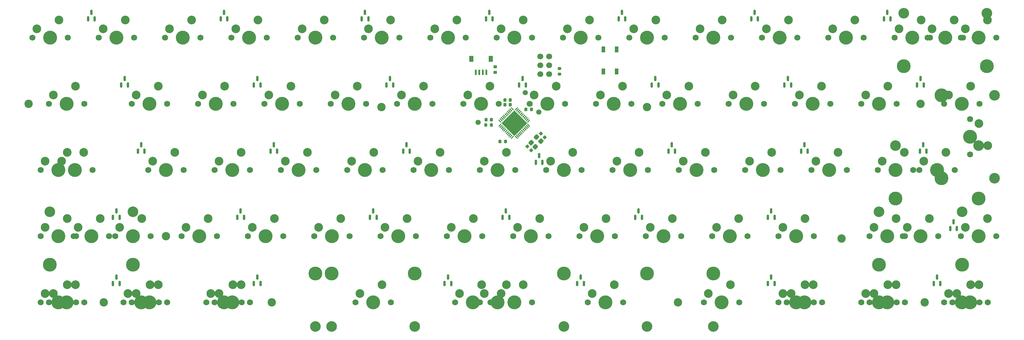
<source format=gbr>
%TF.GenerationSoftware,KiCad,Pcbnew,(5.99.0-12192-g74b8f14ec3)*%
%TF.CreationDate,2021-09-17T01:30:00+02:00*%
%TF.ProjectId,pcb-solder,7063622d-736f-46c6-9465-722e6b696361,1.0*%
%TF.SameCoordinates,Original*%
%TF.FileFunction,Soldermask,Bot*%
%TF.FilePolarity,Negative*%
%FSLAX46Y46*%
G04 Gerber Fmt 4.6, Leading zero omitted, Abs format (unit mm)*
G04 Created by KiCad (PCBNEW (5.99.0-12192-g74b8f14ec3)) date 2021-09-17 01:30:00*
%MOMM*%
%LPD*%
G01*
G04 APERTURE LIST*
G04 Aperture macros list*
%AMRoundRect*
0 Rectangle with rounded corners*
0 $1 Rounding radius*
0 $2 $3 $4 $5 $6 $7 $8 $9 X,Y pos of 4 corners*
0 Add a 4 corners polygon primitive as box body*
4,1,4,$2,$3,$4,$5,$6,$7,$8,$9,$2,$3,0*
0 Add four circle primitives for the rounded corners*
1,1,$1+$1,$2,$3*
1,1,$1+$1,$4,$5*
1,1,$1+$1,$6,$7*
1,1,$1+$1,$8,$9*
0 Add four rect primitives between the rounded corners*
20,1,$1+$1,$2,$3,$4,$5,0*
20,1,$1+$1,$4,$5,$6,$7,0*
20,1,$1+$1,$6,$7,$8,$9,0*
20,1,$1+$1,$8,$9,$2,$3,0*%
%AMRotRect*
0 Rectangle, with rotation*
0 The origin of the aperture is its center*
0 $1 length*
0 $2 width*
0 $3 Rotation angle, in degrees counterclockwise*
0 Add horizontal line*
21,1,$1,$2,0,0,$3*%
G04 Aperture macros list end*
%ADD10C,4.000000*%
%ADD11C,1.750000*%
%ADD12C,2.500000*%
%ADD13C,2.400000*%
%ADD14C,3.987800*%
%ADD15C,3.048000*%
%ADD16RoundRect,0.150000X0.150000X-0.587500X0.150000X0.587500X-0.150000X0.587500X-0.150000X-0.587500X0*%
%ADD17RoundRect,0.225000X0.225000X0.250000X-0.225000X0.250000X-0.225000X-0.250000X0.225000X-0.250000X0*%
%ADD18C,1.500000*%
%ADD19RoundRect,0.225000X-0.225000X-0.250000X0.225000X-0.250000X0.225000X0.250000X-0.225000X0.250000X0*%
%ADD20RoundRect,0.225000X-0.335876X-0.017678X-0.017678X-0.335876X0.335876X0.017678X0.017678X0.335876X0*%
%ADD21RoundRect,0.300000X0.070711X0.494975X-0.494975X-0.070711X-0.070711X-0.494975X0.494975X0.070711X0*%
%ADD22RoundRect,0.225000X-0.250000X0.225000X-0.250000X-0.225000X0.250000X-0.225000X0.250000X0.225000X0*%
%ADD23C,1.700000*%
%ADD24RoundRect,0.200000X-0.200000X-0.275000X0.200000X-0.275000X0.200000X0.275000X-0.200000X0.275000X0*%
%ADD25RoundRect,0.225000X0.335876X0.017678X0.017678X0.335876X-0.335876X-0.017678X-0.017678X-0.335876X0*%
%ADD26RoundRect,0.062500X0.291682X0.380070X-0.380070X-0.291682X-0.291682X-0.380070X0.380070X0.291682X0*%
%ADD27RoundRect,0.062500X-0.291682X0.380070X-0.380070X0.291682X0.291682X-0.380070X0.380070X-0.291682X0*%
%ADD28RotRect,5.200000X5.200000X225.000000*%
%ADD29R,1.200000X1.800000*%
%ADD30R,0.600000X1.550000*%
%ADD31R,1.000000X1.700000*%
%ADD32RoundRect,0.200000X0.275000X-0.200000X0.275000X0.200000X-0.275000X0.200000X-0.275000X-0.200000X0*%
G04 APERTURE END LIST*
D10*
%TO.C,MX8*%
X196850000Y-100806250D03*
D11*
X201930000Y-100806250D03*
X191770000Y-100806250D03*
D12*
X193040000Y-98266250D03*
X199390000Y-95726250D03*
%TD*%
D10*
%TO.C,MX23*%
X206375000Y-119856250D03*
D11*
X201295000Y-119856250D03*
X211455000Y-119856250D03*
D12*
X202565000Y-117316250D03*
X208915000Y-114776250D03*
%TD*%
D10*
%TO.C,MX49*%
X125412500Y-157956250D03*
D11*
X120332500Y-157956250D03*
X130492500Y-157956250D03*
D12*
X121602500Y-155416250D03*
X127952500Y-152876250D03*
%TD*%
D11*
%TO.C,MX40*%
X273367500Y-138906250D03*
D10*
X268287500Y-138906250D03*
D11*
X263207500Y-138906250D03*
D12*
X264477500Y-136366250D03*
X270827500Y-133826250D03*
%TD*%
D11*
%TO.C,MX28*%
X306705000Y-119856250D03*
D10*
X301625000Y-119856250D03*
D11*
X296545000Y-119856250D03*
D12*
X297815000Y-117316250D03*
X304165000Y-114776250D03*
%TD*%
D10*
%TO.C,MX18*%
X111125000Y-119856250D03*
D11*
X106045000Y-119856250D03*
X116205000Y-119856250D03*
D12*
X107315000Y-117316250D03*
X113665000Y-114776250D03*
%TD*%
D13*
%TO.C,*%
X98032000Y-177004750D03*
%TD*%
%TO.C,*%
X115890000Y-157953750D03*
%TD*%
D10*
%TO.C,MX25*%
X244475000Y-119856250D03*
D11*
X249555000Y-119856250D03*
X239395000Y-119856250D03*
D12*
X240665000Y-117316250D03*
X247015000Y-114776250D03*
%TD*%
D11*
%TO.C,MX74*%
X198913750Y-177006250D03*
D10*
X203993750Y-177006250D03*
D11*
X209073750Y-177006250D03*
D12*
X200183750Y-174466250D03*
X206533750Y-171926250D03*
%TD*%
D11*
%TO.C,MX53*%
X206692500Y-157956250D03*
X196532500Y-157956250D03*
D10*
X201612500Y-157956250D03*
D12*
X197802500Y-155416250D03*
X204152500Y-152876250D03*
%TD*%
D10*
%TO.C,MX37*%
X211137500Y-138906250D03*
D11*
X216217500Y-138906250D03*
X206057500Y-138906250D03*
D12*
X207327500Y-136366250D03*
X213677500Y-133826250D03*
%TD*%
D10*
%TO.C,MX5*%
X139700000Y-100806250D03*
D11*
X134620000Y-100806250D03*
X144780000Y-100806250D03*
D12*
X135890000Y-98266250D03*
X142240000Y-95726250D03*
%TD*%
D14*
%TO.C,REF\u002A\u002A*%
X158750000Y-168751250D03*
D15*
X273050000Y-183991250D03*
D14*
X273050000Y-168751250D03*
D15*
X158750000Y-183991250D03*
%TD*%
D13*
%TO.C,*%
X309955000Y-158613750D03*
%TD*%
D11*
%TO.C,MX71*%
X304323750Y-177006250D03*
D10*
X299243750Y-177006250D03*
D11*
X294163750Y-177006250D03*
D12*
X295433750Y-174466250D03*
X301783750Y-171926250D03*
%TD*%
D15*
%TO.C,REF\u002A\u002A*%
X349281750Y-131921250D03*
D14*
X349281750Y-147161250D03*
X325405750Y-147161250D03*
D15*
X325405750Y-131921250D03*
%TD*%
D11*
%TO.C,MX16*%
X354330000Y-100806250D03*
X344170000Y-100806250D03*
D10*
X349250000Y-100806250D03*
D12*
X345440000Y-98266250D03*
X351790000Y-95726250D03*
%TD*%
D11*
%TO.C,MX15*%
X325120000Y-100806250D03*
D10*
X330200000Y-100806250D03*
D11*
X335280000Y-100806250D03*
D12*
X326390000Y-98266250D03*
X332740000Y-95726250D03*
%TD*%
D10*
%TO.C,MX4*%
X120650000Y-100806250D03*
D11*
X125730000Y-100806250D03*
X115570000Y-100806250D03*
D12*
X116840000Y-98266250D03*
X123190000Y-95726250D03*
%TD*%
D10*
%TO.C,MX24*%
X225425000Y-119856250D03*
D11*
X220345000Y-119856250D03*
X230505000Y-119856250D03*
D12*
X221615000Y-117316250D03*
X227965000Y-114776250D03*
%TD*%
D11*
%TO.C,MX60*%
X354330000Y-157956250D03*
D10*
X349250000Y-157956250D03*
D11*
X344170000Y-157956250D03*
D12*
X345440000Y-155416250D03*
X351790000Y-152876250D03*
%TD*%
D11*
%TO.C,MX73*%
X339407500Y-177006250D03*
D10*
X344487500Y-177006250D03*
D11*
X349567500Y-177006250D03*
D12*
X340677500Y-174466250D03*
X347027500Y-171926250D03*
%TD*%
D11*
%TO.C,MX14*%
X306070000Y-100806250D03*
X316230000Y-100806250D03*
D10*
X311150000Y-100806250D03*
D12*
X307340000Y-98266250D03*
X313690000Y-95726250D03*
%TD*%
D10*
%TO.C,MX75*%
X296862500Y-177006250D03*
D11*
X301942500Y-177006250D03*
X291782500Y-177006250D03*
D12*
X293052500Y-174466250D03*
X299402500Y-171926250D03*
%TD*%
D10*
%TO.C,MX10*%
X234950000Y-100806250D03*
D11*
X229870000Y-100806250D03*
X240030000Y-100806250D03*
D12*
X231140000Y-98266250D03*
X237490000Y-95726250D03*
%TD*%
D11*
%TO.C,MX77*%
X341788750Y-177006250D03*
X351948750Y-177006250D03*
D10*
X346868750Y-177006250D03*
D12*
X343058750Y-174466250D03*
X349408750Y-171926250D03*
%TD*%
D11*
%TO.C,MX54*%
X225742500Y-157956250D03*
X215582500Y-157956250D03*
D10*
X220662500Y-157956250D03*
D12*
X216852500Y-155416250D03*
X223202500Y-152876250D03*
%TD*%
D10*
%TO.C,MX26*%
X263525000Y-119856250D03*
D11*
X258445000Y-119856250D03*
X268605000Y-119856250D03*
D12*
X259715000Y-117316250D03*
X266065000Y-114776250D03*
%TD*%
D11*
%TO.C,MX59*%
X317976250Y-157956250D03*
D10*
X323056250Y-157956250D03*
D11*
X328136250Y-157956250D03*
D12*
X319246250Y-155416250D03*
X325596250Y-152876250D03*
%TD*%
D15*
%TO.C,REF\u002A\u002A*%
X82518250Y-150971250D03*
D14*
X82518250Y-166211250D03*
D15*
X106394250Y-150971250D03*
D14*
X106394250Y-166211250D03*
%TD*%
D10*
%TO.C,MX65*%
X134937500Y-177006250D03*
D11*
X129857500Y-177006250D03*
X140017500Y-177006250D03*
D12*
X131127500Y-174466250D03*
X137477500Y-171926250D03*
%TD*%
D10*
%TO.C,MX32*%
X115887500Y-138906250D03*
D11*
X110807500Y-138906250D03*
X120967500Y-138906250D03*
D12*
X112077500Y-136366250D03*
X118427500Y-133826250D03*
%TD*%
D11*
%TO.C,MX20*%
X154305000Y-119856250D03*
D10*
X149225000Y-119856250D03*
D11*
X144145000Y-119856250D03*
D12*
X145415000Y-117316250D03*
X151765000Y-114776250D03*
%TD*%
D11*
%TO.C,MX79*%
X103663750Y-177006250D03*
D10*
X108743750Y-177006250D03*
D11*
X113823750Y-177006250D03*
D12*
X104933750Y-174466250D03*
X111283750Y-171926250D03*
%TD*%
D11*
%TO.C,MX66*%
X137636250Y-177006250D03*
D10*
X132556250Y-177006250D03*
D11*
X127476250Y-177006250D03*
D12*
X128746250Y-174466250D03*
X135096250Y-171926250D03*
%TD*%
D11*
%TO.C,MX68*%
X216217500Y-177006250D03*
D10*
X211137500Y-177006250D03*
D11*
X206057500Y-177006250D03*
D12*
X207327500Y-174466250D03*
X213677500Y-171926250D03*
%TD*%
D11*
%TO.C,MX36*%
X197167500Y-138906250D03*
D10*
X192087500Y-138906250D03*
D11*
X187007500Y-138906250D03*
D12*
X188277500Y-136366250D03*
X194627500Y-133826250D03*
%TD*%
D11*
%TO.C,MX12*%
X278130000Y-100806250D03*
X267970000Y-100806250D03*
D10*
X273050000Y-100806250D03*
D12*
X269240000Y-98266250D03*
X275590000Y-95726250D03*
%TD*%
D11*
%TO.C,MX33*%
X140017500Y-138906250D03*
X129857500Y-138906250D03*
D10*
X134937500Y-138906250D03*
D12*
X131127500Y-136366250D03*
X137477500Y-133826250D03*
%TD*%
D11*
%TO.C,MX57*%
X272732500Y-157956250D03*
D10*
X277812500Y-157956250D03*
D11*
X282892500Y-157956250D03*
D12*
X274002500Y-155416250D03*
X280352500Y-152876250D03*
%TD*%
D11*
%TO.C,MX43*%
X320357500Y-138906250D03*
X330517500Y-138906250D03*
D10*
X325437500Y-138906250D03*
D12*
X321627500Y-136366250D03*
X327977500Y-133826250D03*
%TD*%
D11*
%TO.C,MX46*%
X99536250Y-157956250D03*
X89376250Y-157956250D03*
D10*
X94456250Y-157956250D03*
D12*
X90646250Y-155416250D03*
X96996250Y-152876250D03*
%TD*%
D15*
%TO.C,REF\u002A\u002A*%
X344519250Y-150971250D03*
D14*
X320643250Y-166211250D03*
D15*
X320643250Y-150971250D03*
D14*
X344519250Y-166211250D03*
%TD*%
D10*
%TO.C,MX7*%
X177800000Y-100806250D03*
D11*
X172720000Y-100806250D03*
X182880000Y-100806250D03*
D12*
X173990000Y-98266250D03*
X180340000Y-95726250D03*
%TD*%
D14*
%TO.C,REF\u002A\u002A*%
X187356750Y-168751250D03*
D15*
X187356750Y-183991250D03*
X163480750Y-183991250D03*
D14*
X163480750Y-168751250D03*
%TD*%
D11*
%TO.C,MX27*%
X277495000Y-119856250D03*
D10*
X282575000Y-119856250D03*
D11*
X287655000Y-119856250D03*
D12*
X278765000Y-117316250D03*
X285115000Y-114776250D03*
%TD*%
D10*
%TO.C,MX1*%
X339725000Y-100806250D03*
D11*
X344805000Y-100806250D03*
X334645000Y-100806250D03*
D12*
X335915000Y-98266250D03*
X342265000Y-95726250D03*
%TD*%
D11*
%TO.C,MX62*%
X92392500Y-177006250D03*
D10*
X87312500Y-177006250D03*
D11*
X82232500Y-177006250D03*
D12*
X83502500Y-174466250D03*
X89852500Y-171926250D03*
%TD*%
D11*
%TO.C,MX47*%
X79851250Y-157956250D03*
X90011250Y-157956250D03*
D10*
X84931250Y-157956250D03*
D12*
X81121250Y-155416250D03*
X87471250Y-152876250D03*
%TD*%
D11*
%TO.C,MX48*%
X111442500Y-157956250D03*
D10*
X106362500Y-157956250D03*
D11*
X101282500Y-157956250D03*
D12*
X102552500Y-155416250D03*
X108902500Y-152876250D03*
%TD*%
D10*
%TO.C,MX41*%
X287337500Y-138906250D03*
D11*
X292417500Y-138906250D03*
X282257500Y-138906250D03*
D12*
X283527500Y-136366250D03*
X289877500Y-133826250D03*
%TD*%
D11*
%TO.C,MX70*%
X270351250Y-177006250D03*
X280511250Y-177006250D03*
D10*
X275431250Y-177006250D03*
D12*
X271621250Y-174466250D03*
X277971250Y-171926250D03*
%TD*%
D11*
%TO.C,MX38*%
X225107500Y-138906250D03*
D10*
X230187500Y-138906250D03*
D11*
X235267500Y-138906250D03*
D12*
X226377500Y-136366250D03*
X232727500Y-133826250D03*
%TD*%
D10*
%TO.C,MX17*%
X87312500Y-119856250D03*
D11*
X82232500Y-119856250D03*
X92392500Y-119856250D03*
D12*
X83502500Y-117316250D03*
X89852500Y-114776250D03*
%TD*%
D11*
%TO.C,MX63*%
X79851250Y-177006250D03*
D10*
X84931250Y-177006250D03*
D11*
X90011250Y-177006250D03*
D12*
X81121250Y-174466250D03*
X87471250Y-171926250D03*
%TD*%
D10*
%TO.C,MX6*%
X158750000Y-100806250D03*
D11*
X163830000Y-100806250D03*
X153670000Y-100806250D03*
D12*
X154940000Y-98266250D03*
X161290000Y-95726250D03*
%TD*%
D11*
%TO.C,MX64*%
X106045000Y-177006250D03*
D10*
X111125000Y-177006250D03*
D11*
X116205000Y-177006250D03*
D12*
X107315000Y-174466250D03*
X113665000Y-171926250D03*
%TD*%
D11*
%TO.C,MX50*%
X139382500Y-157956250D03*
D10*
X144462500Y-157956250D03*
D11*
X149542500Y-157956250D03*
D12*
X140652500Y-155416250D03*
X147002500Y-152876250D03*
%TD*%
D13*
%TO.C,*%
X146275000Y-177000750D03*
%TD*%
D11*
%TO.C,MX9*%
X220980000Y-100806250D03*
X210820000Y-100806250D03*
D10*
X215900000Y-100806250D03*
D12*
X212090000Y-98266250D03*
X218440000Y-95726250D03*
%TD*%
D13*
%TO.C,*%
X76400000Y-119854750D03*
%TD*%
D11*
%TO.C,MX42*%
X311467500Y-138906250D03*
X301307500Y-138906250D03*
D10*
X306387500Y-138906250D03*
D12*
X302577500Y-136366250D03*
X308927500Y-133826250D03*
%TD*%
D11*
%TO.C,MX39*%
X254317500Y-138906250D03*
D10*
X249237500Y-138906250D03*
D11*
X244157500Y-138906250D03*
D12*
X245427500Y-136366250D03*
X251777500Y-133826250D03*
%TD*%
D10*
%TO.C,MX52*%
X182562500Y-157956250D03*
D11*
X177482500Y-157956250D03*
X187642500Y-157956250D03*
D12*
X178752500Y-155416250D03*
X185102500Y-152876250D03*
%TD*%
D10*
%TO.C,MX51*%
X163512500Y-157956250D03*
D11*
X158432500Y-157956250D03*
X168592500Y-157956250D03*
D12*
X159702500Y-155416250D03*
X166052500Y-152876250D03*
%TD*%
D14*
%TO.C,REF\u002A\u002A*%
X338613750Y-117443250D03*
D15*
X353853750Y-117443250D03*
X353853750Y-141319250D03*
D14*
X338613750Y-141319250D03*
%TD*%
D11*
%TO.C,MX30*%
X349567500Y-119856250D03*
D10*
X344487500Y-119856250D03*
D11*
X339407500Y-119856250D03*
D12*
X340677500Y-117316250D03*
X347027500Y-114776250D03*
%TD*%
D10*
%TO.C,MX76*%
X323056250Y-177006250D03*
D11*
X328136250Y-177006250D03*
X317976250Y-177006250D03*
D12*
X319246250Y-174466250D03*
X325596250Y-171926250D03*
%TD*%
D13*
%TO.C,*%
X262919000Y-176999750D03*
%TD*%
D11*
%TO.C,MX58*%
X291782500Y-157956250D03*
X301942500Y-157956250D03*
D10*
X296862500Y-157956250D03*
D12*
X293052500Y-155416250D03*
X299402500Y-152876250D03*
%TD*%
D11*
%TO.C,MX2*%
X77470000Y-100806250D03*
D10*
X82550000Y-100806250D03*
D11*
X87630000Y-100806250D03*
D12*
X78740000Y-98266250D03*
X85090000Y-95726250D03*
%TD*%
D11*
%TO.C,MX35*%
X178117500Y-138906250D03*
X167957500Y-138906250D03*
D10*
X173037500Y-138906250D03*
D12*
X169227500Y-136366250D03*
X175577500Y-133826250D03*
%TD*%
D11*
%TO.C,MX3*%
X106680000Y-100806250D03*
X96520000Y-100806250D03*
D10*
X101600000Y-100806250D03*
D12*
X97790000Y-98266250D03*
X104140000Y-95726250D03*
%TD*%
D11*
%TO.C,MX67*%
X170338750Y-177006250D03*
D10*
X175418750Y-177006250D03*
D11*
X180498750Y-177006250D03*
D12*
X171608750Y-174466250D03*
X177958750Y-171926250D03*
%TD*%
D11*
%TO.C,MX45*%
X346868750Y-134461250D03*
D10*
X346868750Y-129381250D03*
D11*
X346868750Y-124301250D03*
D12*
X349408750Y-125571250D03*
X351948750Y-131921250D03*
%TD*%
D11*
%TO.C,MX61*%
X327501250Y-157956250D03*
X337661250Y-157956250D03*
D10*
X332581250Y-157956250D03*
D12*
X328771250Y-155416250D03*
X335121250Y-152876250D03*
%TD*%
D10*
%TO.C,MX34*%
X153987500Y-138906250D03*
D11*
X159067500Y-138906250D03*
X148907500Y-138906250D03*
D12*
X150177500Y-136366250D03*
X156527500Y-133826250D03*
%TD*%
D13*
%TO.C,*%
X177772000Y-120787750D03*
%TD*%
D11*
%TO.C,MX56*%
X253682500Y-157956250D03*
X263842500Y-157956250D03*
D10*
X258762500Y-157956250D03*
D12*
X254952500Y-155416250D03*
X261302500Y-152876250D03*
%TD*%
D11*
%TO.C,MX19*%
X135255000Y-119856250D03*
X125095000Y-119856250D03*
D10*
X130175000Y-119856250D03*
D12*
X126365000Y-117316250D03*
X132715000Y-114776250D03*
%TD*%
D11*
%TO.C,MX78*%
X220980000Y-177006250D03*
X210820000Y-177006250D03*
D10*
X215900000Y-177006250D03*
D12*
X212090000Y-174466250D03*
X218440000Y-171926250D03*
%TD*%
D14*
%TO.C,REF\u002A\u002A*%
X254031750Y-168751250D03*
D15*
X254031750Y-183991250D03*
X230155750Y-183991250D03*
D14*
X230155750Y-168751250D03*
%TD*%
D11*
%TO.C,MX80*%
X90011250Y-138906250D03*
D10*
X84931250Y-138906250D03*
D11*
X79851250Y-138906250D03*
D12*
X81121250Y-136366250D03*
X87471250Y-133826250D03*
%TD*%
D11*
%TO.C,MX29*%
X315595000Y-119856250D03*
D10*
X320675000Y-119856250D03*
D11*
X325755000Y-119856250D03*
D12*
X316865000Y-117316250D03*
X323215000Y-114776250D03*
%TD*%
D11*
%TO.C,MX55*%
X244792500Y-157956250D03*
X234632500Y-157956250D03*
D10*
X239712500Y-157956250D03*
D12*
X235902500Y-155416250D03*
X242252500Y-152876250D03*
%TD*%
D11*
%TO.C,MX11*%
X248920000Y-100806250D03*
D10*
X254000000Y-100806250D03*
D11*
X259080000Y-100806250D03*
D12*
X250190000Y-98266250D03*
X256540000Y-95726250D03*
%TD*%
D11*
%TO.C,MX69*%
X237013750Y-177006250D03*
X247173750Y-177006250D03*
D10*
X242093750Y-177006250D03*
D12*
X238283750Y-174466250D03*
X244633750Y-171926250D03*
%TD*%
D13*
%TO.C,*%
X333770000Y-177000750D03*
%TD*%
%TO.C,*%
X254007000Y-120771750D03*
%TD*%
D11*
%TO.C,MX72*%
X325755000Y-177006250D03*
D10*
X320675000Y-177006250D03*
D11*
X315595000Y-177006250D03*
D12*
X316865000Y-174466250D03*
X323215000Y-171926250D03*
%TD*%
D10*
%TO.C,MX22*%
X187325000Y-119856250D03*
D11*
X182245000Y-119856250D03*
X192405000Y-119856250D03*
D12*
X183515000Y-117316250D03*
X189865000Y-114776250D03*
%TD*%
D11*
%TO.C,MX21*%
X173355000Y-119856250D03*
X163195000Y-119856250D03*
D10*
X168275000Y-119856250D03*
D12*
X164465000Y-117316250D03*
X170815000Y-114776250D03*
%TD*%
D15*
%TO.C,REF\u002A\u002A*%
X327787000Y-93821250D03*
D14*
X351663000Y-109061250D03*
D15*
X351663000Y-93821250D03*
D14*
X327787000Y-109061250D03*
%TD*%
D11*
%TO.C,MX44*%
X332263750Y-138906250D03*
D10*
X337343750Y-138906250D03*
D11*
X342423750Y-138906250D03*
D12*
X333533750Y-136366250D03*
X339883750Y-133826250D03*
%TD*%
D13*
%TO.C,*%
X332580000Y-119849750D03*
%TD*%
D11*
%TO.C,MX13*%
X287020000Y-100806250D03*
X297180000Y-100806250D03*
D10*
X292100000Y-100806250D03*
D12*
X288290000Y-98266250D03*
X294640000Y-95726250D03*
%TD*%
D11*
%TO.C,MX31*%
X94773750Y-138906250D03*
D10*
X89693750Y-138906250D03*
D11*
X84613750Y-138906250D03*
D12*
X85883750Y-136366250D03*
X92233750Y-133826250D03*
%TD*%
D16*
%TO.C,D1*%
X95406250Y-95393750D03*
X93506250Y-95393750D03*
X94456250Y-93518750D03*
%TD*%
D17*
%TO.C,C8*%
X220810000Y-121468750D03*
X219260000Y-121468750D03*
%TD*%
D18*
%TO.C,PB0*%
X222970000Y-122196000D03*
%TD*%
D16*
%TO.C,D26*%
X252568750Y-152543750D03*
X250668750Y-152543750D03*
X251618750Y-150668750D03*
%TD*%
%TO.C,D6*%
X285906250Y-95393750D03*
X284006250Y-95393750D03*
X284956250Y-93518750D03*
%TD*%
%TO.C,D20*%
X300193750Y-133493750D03*
X298293750Y-133493750D03*
X299243750Y-131618750D03*
%TD*%
%TO.C,D11*%
X219231250Y-114443750D03*
X217331250Y-114443750D03*
X218281250Y-112568750D03*
%TD*%
%TO.C,D4*%
X209706250Y-95393750D03*
X207806250Y-95393750D03*
X208756250Y-93518750D03*
%TD*%
%TO.C,D7*%
X324006250Y-95393750D03*
X322106250Y-95393750D03*
X323056250Y-93518750D03*
%TD*%
%TO.C,D8*%
X104931250Y-114443750D03*
X103031250Y-114443750D03*
X103981250Y-112568750D03*
%TD*%
D19*
%TO.C,C2*%
X213190000Y-118748750D03*
X214740000Y-118748750D03*
%TD*%
D16*
%TO.C,D16*%
X147793750Y-133493750D03*
X145893750Y-133493750D03*
X146843750Y-131618750D03*
%TD*%
D20*
%TO.C,C6*%
X223546992Y-128410742D03*
X224643008Y-129506758D03*
%TD*%
D16*
%TO.C,D25*%
X214468750Y-152543750D03*
X212568750Y-152543750D03*
X213518750Y-150668750D03*
%TD*%
%TO.C,D5*%
X247806250Y-95393750D03*
X245906250Y-95393750D03*
X246856250Y-93518750D03*
%TD*%
%TO.C,D9*%
X143031250Y-114443750D03*
X141131250Y-114443750D03*
X142081250Y-112568750D03*
%TD*%
D21*
%TO.C,Y1*%
X223528858Y-130641973D03*
X221973223Y-132197608D03*
X220771142Y-130995527D03*
X222326777Y-129439892D03*
%TD*%
D16*
%TO.C,D2*%
X133506250Y-95393750D03*
X131606250Y-95393750D03*
X132556250Y-93518750D03*
%TD*%
D18*
%TO.C,PE6*%
X219048000Y-116662000D03*
%TD*%
D22*
%TO.C,C1*%
X210423000Y-109213000D03*
X210423000Y-110763000D03*
%TD*%
D16*
%TO.C,D24*%
X176368750Y-152543750D03*
X174468750Y-152543750D03*
X175418750Y-150668750D03*
%TD*%
%TO.C,D18*%
X223993750Y-136668750D03*
X222093750Y-136668750D03*
X223043750Y-134793750D03*
%TD*%
D23*
%TO.C,J1*%
X225915000Y-106258750D03*
X223375000Y-106258750D03*
X225915000Y-108798750D03*
X223375000Y-108798750D03*
X225915000Y-111338750D03*
X223375000Y-111338750D03*
%TD*%
D16*
%TO.C,D23*%
X138268750Y-152543750D03*
X136368750Y-152543750D03*
X137318750Y-150668750D03*
%TD*%
%TO.C,D32*%
X235910000Y-171607500D03*
X234010000Y-171607500D03*
X234960000Y-169732500D03*
%TD*%
%TO.C,D28*%
X343056250Y-155718750D03*
X341156250Y-155718750D03*
X342106250Y-153843750D03*
%TD*%
D18*
%TO.C,PF7*%
X205504000Y-125158000D03*
%TD*%
D24*
%TO.C,R2*%
X207704000Y-125916000D03*
X209354000Y-125916000D03*
%TD*%
D19*
%TO.C,C4*%
X207770000Y-124407000D03*
X209320000Y-124407000D03*
%TD*%
D16*
%TO.C,D34*%
X338293750Y-171593750D03*
X336393750Y-171593750D03*
X337343750Y-169718750D03*
%TD*%
D25*
%TO.C,C7*%
X220783008Y-133226758D03*
X219686992Y-132130742D03*
%TD*%
D26*
%TO.C,U1*%
X216492202Y-121284764D03*
X216845755Y-121638318D03*
X217199309Y-121991871D03*
X217552862Y-122345424D03*
X217906415Y-122698978D03*
X218259969Y-123052531D03*
X218613522Y-123406085D03*
X218967076Y-123759638D03*
X219320629Y-124113191D03*
X219674182Y-124466745D03*
X220027736Y-124820298D03*
D27*
X220027736Y-126004702D03*
X219674182Y-126358255D03*
X219320629Y-126711809D03*
X218967076Y-127065362D03*
X218613522Y-127418915D03*
X218259969Y-127772469D03*
X217906415Y-128126022D03*
X217552862Y-128479576D03*
X217199309Y-128833129D03*
X216845755Y-129186682D03*
X216492202Y-129540236D03*
D26*
X215307798Y-129540236D03*
X214954245Y-129186682D03*
X214600691Y-128833129D03*
X214247138Y-128479576D03*
X213893585Y-128126022D03*
X213540031Y-127772469D03*
X213186478Y-127418915D03*
X212832924Y-127065362D03*
X212479371Y-126711809D03*
X212125818Y-126358255D03*
X211772264Y-126004702D03*
D27*
X211772264Y-124820298D03*
X212125818Y-124466745D03*
X212479371Y-124113191D03*
X212832924Y-123759638D03*
X213186478Y-123406085D03*
X213540031Y-123052531D03*
X213893585Y-122698978D03*
X214247138Y-122345424D03*
X214600691Y-121991871D03*
X214954245Y-121638318D03*
X215307798Y-121284764D03*
D28*
X215900000Y-125412500D03*
%TD*%
D29*
%TO.C,J2*%
X209185000Y-106918750D03*
X203585000Y-106918750D03*
D30*
X204885000Y-110793750D03*
X205885000Y-110793750D03*
X206885000Y-110793750D03*
X207885000Y-110793750D03*
%TD*%
D31*
%TO.C,SW1*%
X245305000Y-110528750D03*
X245305000Y-104228750D03*
X241505000Y-110528750D03*
X241505000Y-104228750D03*
%TD*%
D16*
%TO.C,D30*%
X143031250Y-171593750D03*
X141131250Y-171593750D03*
X142081250Y-169718750D03*
%TD*%
%TO.C,D33*%
X290668750Y-171593750D03*
X288768750Y-171593750D03*
X289718750Y-169718750D03*
%TD*%
%TO.C,D13*%
X295431250Y-114443750D03*
X293531250Y-114443750D03*
X294481250Y-112568750D03*
%TD*%
%TO.C,D15*%
X109693750Y-133493750D03*
X107793750Y-133493750D03*
X108743750Y-131618750D03*
%TD*%
%TO.C,D12*%
X257331250Y-114443750D03*
X255431250Y-114443750D03*
X256381250Y-112568750D03*
%TD*%
%TO.C,D14*%
X333531250Y-114443750D03*
X331631250Y-114443750D03*
X332581250Y-112568750D03*
%TD*%
%TO.C,D21*%
X334325000Y-133493750D03*
X332425000Y-133493750D03*
X333375000Y-131618750D03*
%TD*%
%TO.C,D27*%
X290668750Y-152543750D03*
X288768750Y-152543750D03*
X289718750Y-150668750D03*
%TD*%
%TO.C,D22*%
X102550000Y-152543750D03*
X100650000Y-152543750D03*
X101600000Y-150668750D03*
%TD*%
D19*
%TO.C,C5*%
X211809000Y-130725000D03*
X213359000Y-130725000D03*
%TD*%
%TO.C,C3*%
X213201000Y-120138750D03*
X214751000Y-120138750D03*
%TD*%
D16*
%TO.C,D29*%
X102550000Y-171593750D03*
X100650000Y-171593750D03*
X101600000Y-169718750D03*
%TD*%
D32*
%TO.C,R1*%
X228882000Y-111310000D03*
X228882000Y-109660000D03*
%TD*%
D16*
%TO.C,D3*%
X173987500Y-95393750D03*
X172087500Y-95393750D03*
X173037500Y-93518750D03*
%TD*%
%TO.C,D19*%
X262093750Y-133493750D03*
X260193750Y-133493750D03*
X261143750Y-131618750D03*
%TD*%
%TO.C,D17*%
X185893750Y-133493750D03*
X183993750Y-133493750D03*
X184943750Y-131618750D03*
%TD*%
%TO.C,D10*%
X181131250Y-114443750D03*
X179231250Y-114443750D03*
X180181250Y-112568750D03*
%TD*%
%TO.C,D31*%
X197800000Y-171593750D03*
X195900000Y-171593750D03*
X196850000Y-169718750D03*
%TD*%
M02*

</source>
